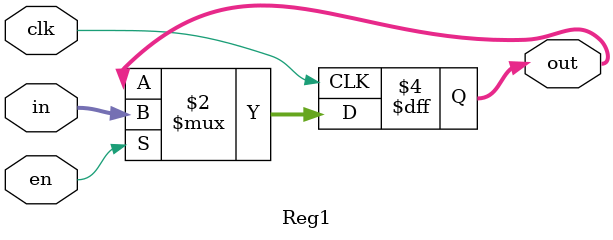
<source format=v>
module Reg(
    input wire clk,        // Clock signal
    input wire [15:0] in, // 16-bit input 
    output reg [15:0] out  // 16-bit output
);

 
always @(posedge clk) begin	
        out <= in; 
    end

endmodule

module Reg1(
	input wire en,
    input wire clk,        // Clock signal
    input wire [15:0] in, // 16-bit input 
    output reg [15:0] out  // 16-bit output
);

 
always @(posedge clk ) begin	
	
	if (en)begin 
        out <= in; 
		
		end 
    end

endmodule

</source>
